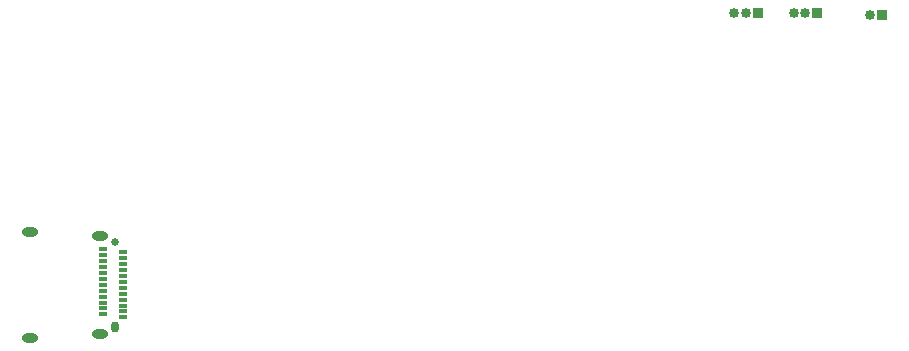
<source format=gbr>
%TF.GenerationSoftware,KiCad,Pcbnew,8.0.6-8.0.6-0~ubuntu22.04.1*%
%TF.CreationDate,2024-12-08T13:20:39-05:00*%
%TF.ProjectId,badge,62616467-652e-46b6-9963-61645f706362,rev?*%
%TF.SameCoordinates,Original*%
%TF.FileFunction,Soldermask,Top*%
%TF.FilePolarity,Negative*%
%FSLAX46Y46*%
G04 Gerber Fmt 4.6, Leading zero omitted, Abs format (unit mm)*
G04 Created by KiCad (PCBNEW 8.0.6-8.0.6-0~ubuntu22.04.1) date 2024-12-08 13:20:39*
%MOMM*%
%LPD*%
G01*
G04 APERTURE LIST*
%ADD10R,0.850000X0.850000*%
%ADD11O,0.850000X0.850000*%
%ADD12C,0.650000*%
%ADD13O,0.650000X0.950000*%
%ADD14R,0.700000X0.300000*%
%ADD15O,1.400000X0.800000*%
G04 APERTURE END LIST*
D10*
%TO.C,L1*%
X177216400Y-109613600D03*
D11*
X176216400Y-109613600D03*
X175216400Y-109613600D03*
%TD*%
D12*
%TO.C,J1*%
X122806400Y-129013600D03*
D13*
X122806400Y-136213600D03*
D14*
X123466400Y-129863600D03*
X123466400Y-130363600D03*
X123466400Y-130863600D03*
X123466400Y-131363600D03*
X123466400Y-131863600D03*
X123466400Y-132363600D03*
X123466400Y-132863600D03*
X123466400Y-133363600D03*
X123466400Y-133863600D03*
X123466400Y-134363600D03*
X123466400Y-134863600D03*
X123466400Y-135363600D03*
X121766400Y-135113600D03*
X121766400Y-134613600D03*
X121766400Y-134113600D03*
X121766400Y-133613600D03*
X121766400Y-133113600D03*
X121766400Y-132613600D03*
X121766400Y-132113600D03*
X121766400Y-131613600D03*
X121766400Y-131113600D03*
X121766400Y-130613600D03*
X121766400Y-130113600D03*
X121766400Y-129613600D03*
D15*
X115606400Y-128123600D03*
X121556400Y-128483600D03*
X121556400Y-136743600D03*
X115606400Y-137103600D03*
%TD*%
D10*
%TO.C,J3*%
X182266400Y-109613600D03*
D11*
X181266400Y-109613600D03*
X180266400Y-109613600D03*
%TD*%
D10*
%TO.C,J2*%
X187766400Y-109738600D03*
D11*
X186766400Y-109738600D03*
%TD*%
M02*

</source>
